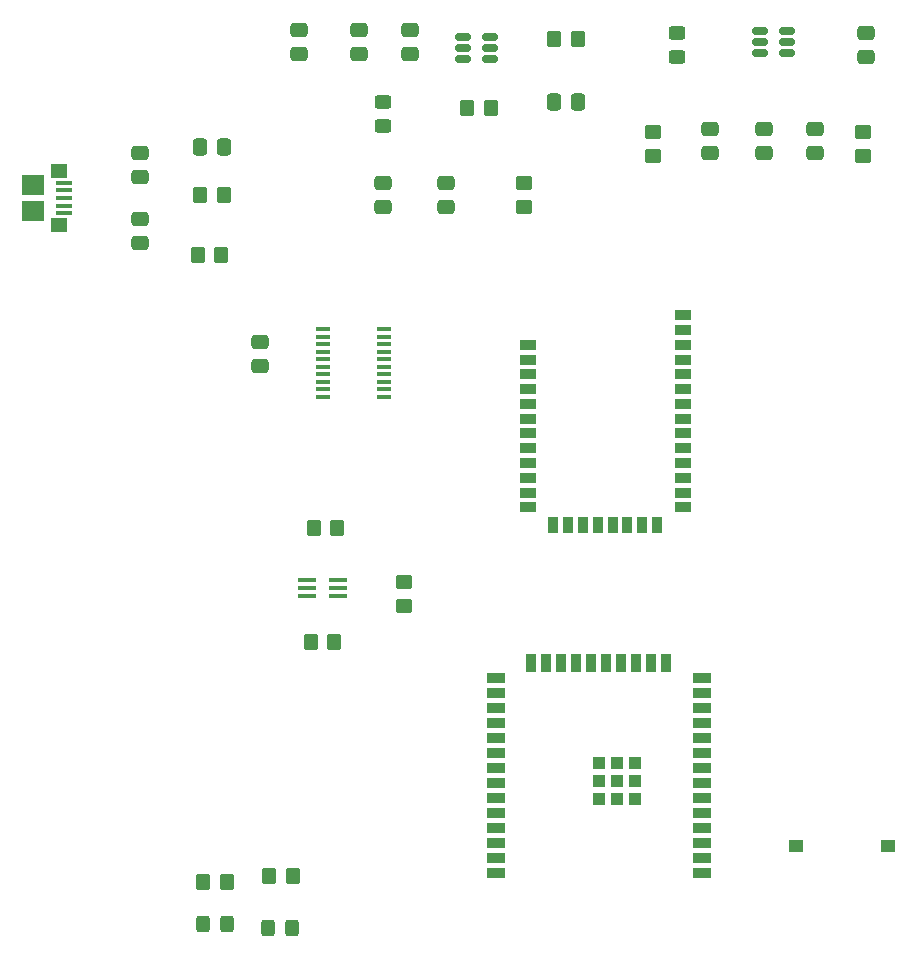
<source format=gtp>
G04 #@! TF.GenerationSoftware,KiCad,Pcbnew,(6.0.10)*
G04 #@! TF.CreationDate,2023-06-25T11:42:12-04:00*
G04 #@! TF.ProjectId,sd2_node_board,7364325f-6e6f-4646-955f-626f6172642e,rev?*
G04 #@! TF.SameCoordinates,Original*
G04 #@! TF.FileFunction,Paste,Top*
G04 #@! TF.FilePolarity,Positive*
%FSLAX46Y46*%
G04 Gerber Fmt 4.6, Leading zero omitted, Abs format (unit mm)*
G04 Created by KiCad (PCBNEW (6.0.10)) date 2023-06-25 11:42:12*
%MOMM*%
%LPD*%
G01*
G04 APERTURE LIST*
G04 Aperture macros list*
%AMRoundRect*
0 Rectangle with rounded corners*
0 $1 Rounding radius*
0 $2 $3 $4 $5 $6 $7 $8 $9 X,Y pos of 4 corners*
0 Add a 4 corners polygon primitive as box body*
4,1,4,$2,$3,$4,$5,$6,$7,$8,$9,$2,$3,0*
0 Add four circle primitives for the rounded corners*
1,1,$1+$1,$2,$3*
1,1,$1+$1,$4,$5*
1,1,$1+$1,$6,$7*
1,1,$1+$1,$8,$9*
0 Add four rect primitives between the rounded corners*
20,1,$1+$1,$2,$3,$4,$5,0*
20,1,$1+$1,$4,$5,$6,$7,0*
20,1,$1+$1,$6,$7,$8,$9,0*
20,1,$1+$1,$8,$9,$2,$3,0*%
G04 Aperture macros list end*
%ADD10RoundRect,0.250000X0.475000X-0.337500X0.475000X0.337500X-0.475000X0.337500X-0.475000X-0.337500X0*%
%ADD11RoundRect,0.250000X0.450000X-0.350000X0.450000X0.350000X-0.450000X0.350000X-0.450000X-0.350000X0*%
%ADD12RoundRect,0.250000X-0.475000X0.337500X-0.475000X-0.337500X0.475000X-0.337500X0.475000X0.337500X0*%
%ADD13RoundRect,0.250000X-0.450000X0.325000X-0.450000X-0.325000X0.450000X-0.325000X0.450000X0.325000X0*%
%ADD14R,1.250000X1.000000*%
%ADD15RoundRect,0.250000X-0.325000X-0.450000X0.325000X-0.450000X0.325000X0.450000X-0.325000X0.450000X0*%
%ADD16RoundRect,0.150000X-0.512500X-0.150000X0.512500X-0.150000X0.512500X0.150000X-0.512500X0.150000X0*%
%ADD17RoundRect,0.250000X0.350000X0.450000X-0.350000X0.450000X-0.350000X-0.450000X0.350000X-0.450000X0*%
%ADD18R,1.400000X0.400000*%
%ADD19R,1.450000X1.150000*%
%ADD20R,1.900000X1.750000*%
%ADD21R,1.500000X0.400000*%
%ADD22R,1.200000X0.400000*%
%ADD23RoundRect,0.250000X-0.337500X-0.475000X0.337500X-0.475000X0.337500X0.475000X-0.337500X0.475000X0*%
%ADD24RoundRect,0.250000X-0.350000X-0.450000X0.350000X-0.450000X0.350000X0.450000X-0.350000X0.450000X0*%
%ADD25RoundRect,0.250000X-0.450000X0.350000X-0.450000X-0.350000X0.450000X-0.350000X0.450000X0.350000X0*%
%ADD26R,1.500000X0.900000*%
%ADD27R,0.900000X1.500000*%
%ADD28R,1.050000X1.050000*%
%ADD29R,1.447800X0.838200*%
%ADD30R,0.838200X1.447800*%
G04 APERTURE END LIST*
D10*
X111252000Y-75459500D03*
X111252000Y-73384500D03*
D11*
X141224000Y-84074000D03*
X141224000Y-82074000D03*
X130302000Y-88376000D03*
X130302000Y-86376000D03*
D12*
X97790000Y-89386500D03*
X97790000Y-91461500D03*
X118364000Y-86338500D03*
X118364000Y-88413500D03*
D13*
X118364000Y-79493000D03*
X118364000Y-81543000D03*
D14*
X161101000Y-142494000D03*
X153351000Y-142494000D03*
D15*
X103106000Y-149098000D03*
X105156000Y-149098000D03*
D16*
X150246500Y-73472000D03*
X150246500Y-74422000D03*
X150246500Y-75372000D03*
X152521500Y-75372000D03*
X152521500Y-74422000D03*
X152521500Y-73472000D03*
D17*
X127492000Y-80026000D03*
X125492000Y-80026000D03*
D16*
X125100500Y-73996000D03*
X125100500Y-74946000D03*
X125100500Y-75896000D03*
X127375500Y-75896000D03*
X127375500Y-74946000D03*
X127375500Y-73996000D03*
D18*
X91366000Y-86330000D03*
X91366000Y-86980000D03*
X91366000Y-87630000D03*
X91366000Y-88280000D03*
X91366000Y-88930000D03*
D19*
X90946000Y-89950000D03*
X90946000Y-85310000D03*
D20*
X88716000Y-88755000D03*
X88716000Y-86505000D03*
D21*
X111894000Y-120000000D03*
X111894000Y-120650000D03*
X111894000Y-121300000D03*
X114554000Y-121300000D03*
X114554000Y-120650000D03*
X114554000Y-120000000D03*
D12*
X159258000Y-73638500D03*
X159258000Y-75713500D03*
D22*
X113224000Y-98742500D03*
X113224000Y-99377500D03*
X113224000Y-100012500D03*
X113224000Y-100647500D03*
X113224000Y-101282500D03*
X113224000Y-101917500D03*
X113224000Y-102552500D03*
X113224000Y-103187500D03*
X113224000Y-103822500D03*
X113224000Y-104457500D03*
X118424000Y-104457500D03*
X118424000Y-103822500D03*
X118424000Y-103187500D03*
X118424000Y-102552500D03*
X118424000Y-101917500D03*
X118424000Y-101282500D03*
X118424000Y-100647500D03*
X118424000Y-100012500D03*
X118424000Y-99377500D03*
X118424000Y-98742500D03*
D10*
X97790000Y-85873500D03*
X97790000Y-83798500D03*
D23*
X102848500Y-83312000D03*
X104923500Y-83312000D03*
D15*
X108587000Y-149434000D03*
X110637000Y-149434000D03*
D24*
X112478000Y-115570000D03*
X114478000Y-115570000D03*
D12*
X123698000Y-86338500D03*
X123698000Y-88413500D03*
D17*
X104886000Y-87376000D03*
X102886000Y-87376000D03*
D10*
X116332000Y-75481000D03*
X116332000Y-73406000D03*
D11*
X120142000Y-122158000D03*
X120142000Y-120158000D03*
D10*
X146050000Y-83857500D03*
X146050000Y-81782500D03*
X150622000Y-83857500D03*
X150622000Y-81782500D03*
D25*
X159004000Y-82042000D03*
X159004000Y-84042000D03*
D12*
X107950000Y-99800500D03*
X107950000Y-101875500D03*
D17*
X134858000Y-74168000D03*
X132858000Y-74168000D03*
D24*
X103140000Y-145542000D03*
X105140000Y-145542000D03*
D17*
X104648000Y-92456000D03*
X102648000Y-92456000D03*
D24*
X108712000Y-145034000D03*
X110712000Y-145034000D03*
D10*
X120650000Y-75459500D03*
X120650000Y-73384500D03*
D13*
X143256000Y-73651000D03*
X143256000Y-75701000D03*
D17*
X114224000Y-125222000D03*
X112224000Y-125222000D03*
D10*
X154940000Y-83857500D03*
X154940000Y-81782500D03*
D26*
X145371500Y-144765000D03*
X145371500Y-143495000D03*
X145371500Y-142225000D03*
X145371500Y-140955000D03*
X145371500Y-139685000D03*
X145371500Y-138415000D03*
X145371500Y-137145000D03*
X145371500Y-135875000D03*
X145371500Y-134605000D03*
X145371500Y-133335000D03*
X145371500Y-132065000D03*
X145371500Y-130795000D03*
X145371500Y-129525000D03*
X145371500Y-128255000D03*
D27*
X142331500Y-127005000D03*
X141061500Y-127005000D03*
X139791500Y-127005000D03*
X138521500Y-127005000D03*
X137251500Y-127005000D03*
X135981500Y-127005000D03*
X134711500Y-127005000D03*
X133441500Y-127005000D03*
X132171500Y-127005000D03*
X130901500Y-127005000D03*
D26*
X127871500Y-128255000D03*
X127871500Y-129525000D03*
X127871500Y-130795000D03*
X127871500Y-132065000D03*
X127871500Y-133335000D03*
X127871500Y-134605000D03*
X127871500Y-135875000D03*
X127871500Y-137145000D03*
X127871500Y-138415000D03*
X127871500Y-139685000D03*
X127871500Y-140955000D03*
X127871500Y-142225000D03*
X127871500Y-143495000D03*
X127871500Y-144765000D03*
D28*
X138146500Y-138502500D03*
X139671500Y-136977500D03*
X136621500Y-135452500D03*
X139671500Y-135452500D03*
X138146500Y-136977500D03*
X139671500Y-138502500D03*
X136621500Y-136977500D03*
X138146500Y-135452500D03*
X136621500Y-138502500D03*
D23*
X132820500Y-79502000D03*
X134895500Y-79502000D03*
D29*
X130606800Y-100076000D03*
X130606800Y-101325680D03*
X130606800Y-102575360D03*
X130606800Y-103825040D03*
X130606800Y-105074719D03*
X130606800Y-106324400D03*
X130606800Y-107574080D03*
X130606800Y-108823760D03*
X130606800Y-110073440D03*
X130606800Y-111323120D03*
X130606800Y-112572800D03*
X130606800Y-113822480D03*
D30*
X132778500Y-115354100D03*
X134028180Y-115354100D03*
X135277860Y-115354100D03*
X136527541Y-115354100D03*
X137777219Y-115354100D03*
X139026900Y-115354100D03*
X140276580Y-115354100D03*
X141541500Y-115354100D03*
D29*
X143713200Y-113822480D03*
X143713200Y-112572800D03*
X143713200Y-111323120D03*
X143713200Y-110073440D03*
X143713200Y-108823760D03*
X143713200Y-107574080D03*
X143713200Y-106324400D03*
X143713200Y-105074719D03*
X143713200Y-103825040D03*
X143713200Y-102575360D03*
X143713200Y-101325680D03*
X143713200Y-100076000D03*
X143713200Y-98826320D03*
X143713200Y-97561400D03*
M02*

</source>
